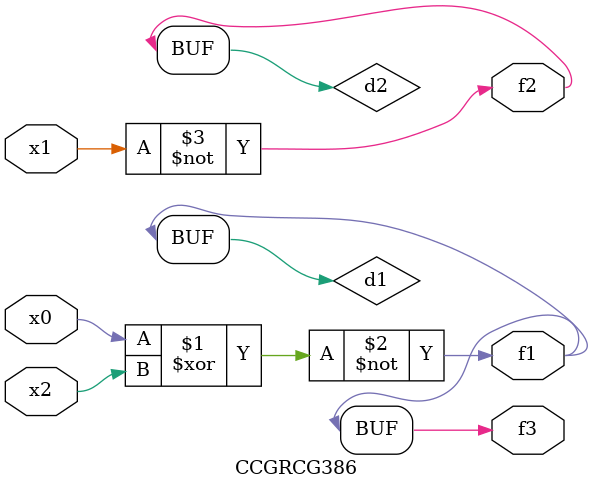
<source format=v>
module CCGRCG386(
	input x0, x1, x2,
	output f1, f2, f3
);

	wire d1, d2, d3;

	xnor (d1, x0, x2);
	nand (d2, x1);
	nor (d3, x1, x2);
	assign f1 = d1;
	assign f2 = d2;
	assign f3 = d1;
endmodule

</source>
